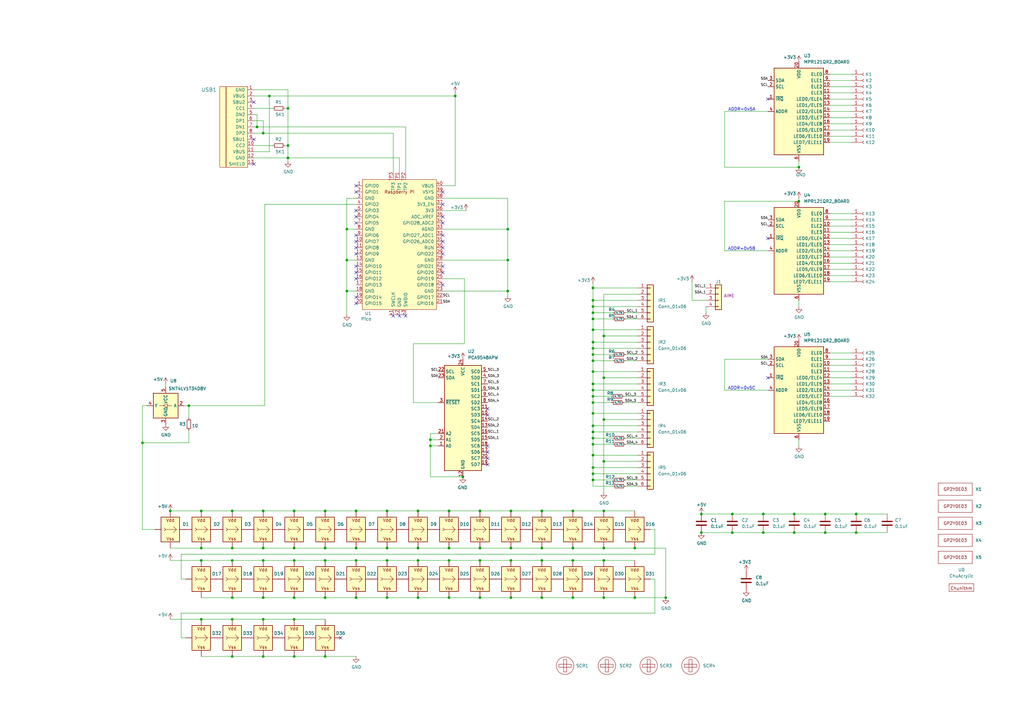
<source format=kicad_sch>
(kicad_sch (version 20211123) (generator eeschema)
  (paper "A3")
  (junction (at 243.205 169.545))
  (junction (at 243.205 160.02))
  (junction (at 247.65 189.23))
  (junction (at 243.205 182.245))
  (junction (at 120.65 224.79))
  (junction (at 58.42 181.61))
  (junction (at 234.95 245.11))
  (junction (at 158.75 209.55))
  (junction (at 107.95 54.61))
  (junction (at 338.455 218.44))
  (junction (at 107.95 224.79))
  (junction (at 247.65 245.11))
  (junction (at 243.205 125.73))
  (junction (at 133.35 269.24))
  (junction (at 186.69 39.37))
  (junction (at 120.65 254))
  (junction (at 260.35 245.11))
  (junction (at 247.65 209.55))
  (junction (at 260.35 224.79))
  (junction (at 243.205 177.165))
  (junction (at 243.205 196.85))
  (junction (at 176.53 182.88))
  (junction (at 243.205 165.1))
  (junction (at 222.25 229.87))
  (junction (at 196.85 224.79))
  (junction (at 146.05 229.87))
  (junction (at 176.53 180.34))
  (junction (at 243.205 130.81))
  (junction (at 171.45 209.55))
  (junction (at 82.55 254))
  (junction (at 120.65 269.24))
  (junction (at 133.35 224.79))
  (junction (at 82.55 229.87))
  (junction (at 243.205 142.875))
  (junction (at 107.95 245.11))
  (junction (at 243.205 194.31))
  (junction (at 243.205 118.11))
  (junction (at 120.65 209.55))
  (junction (at 146.05 224.79))
  (junction (at 158.75 229.87))
  (junction (at 300.355 218.44))
  (junction (at 287.655 210.82))
  (junction (at 196.85 209.55))
  (junction (at 234.95 224.79))
  (junction (at 171.45 245.11))
  (junction (at 142.24 119.38))
  (junction (at 184.15 229.87))
  (junction (at 110.49 39.37))
  (junction (at 95.25 224.79))
  (junction (at 287.655 218.44))
  (junction (at 351.155 218.44))
  (junction (at 247.65 154.94))
  (junction (at 327.66 68.58))
  (junction (at 351.155 210.82))
  (junction (at 118.11 64.77))
  (junction (at 189.865 195.58))
  (junction (at 95.25 245.11))
  (junction (at 171.45 229.87))
  (junction (at 133.35 209.55))
  (junction (at 184.15 245.11))
  (junction (at 243.205 186.69))
  (junction (at 146.05 209.55))
  (junction (at 325.755 210.82))
  (junction (at 247.65 229.87))
  (junction (at 243.205 152.4))
  (junction (at 247.65 224.79))
  (junction (at 325.755 218.44))
  (junction (at 95.25 229.87))
  (junction (at 184.15 224.79))
  (junction (at 209.55 245.11))
  (junction (at 243.205 162.56))
  (junction (at 300.355 210.82))
  (junction (at 107.95 254))
  (junction (at 243.205 128.27))
  (junction (at 247.65 137.795))
  (junction (at 171.45 224.79))
  (junction (at 158.75 245.11))
  (junction (at 313.055 210.82))
  (junction (at 107.95 269.24))
  (junction (at 133.35 245.11))
  (junction (at 338.455 210.82))
  (junction (at 107.95 229.87))
  (junction (at 243.205 179.705))
  (junction (at 118.11 59.69))
  (junction (at 243.205 191.77))
  (junction (at 142.24 106.68))
  (junction (at 120.65 229.87))
  (junction (at 118.11 44.45))
  (junction (at 95.25 269.24))
  (junction (at 273.05 245.11))
  (junction (at 120.65 245.11))
  (junction (at 243.205 140.335))
  (junction (at 82.55 209.55))
  (junction (at 234.95 209.55))
  (junction (at 222.25 224.79))
  (junction (at 209.55 209.55))
  (junction (at 243.205 135.255))
  (junction (at 95.25 254))
  (junction (at 243.205 174.625))
  (junction (at 77.47 166.37))
  (junction (at 133.35 229.87))
  (junction (at 107.95 209.55))
  (junction (at 247.65 172.085))
  (junction (at 146.05 245.11))
  (junction (at 142.24 93.98))
  (junction (at 209.55 229.87))
  (junction (at 243.205 145.415))
  (junction (at 209.55 224.79))
  (junction (at 95.25 209.55))
  (junction (at 243.205 157.48))
  (junction (at 222.25 245.11))
  (junction (at 196.85 229.87))
  (junction (at 243.205 123.19))
  (junction (at 222.25 209.55))
  (junction (at 69.85 209.55))
  (junction (at 208.28 106.68))
  (junction (at 208.28 93.98))
  (junction (at 82.55 224.79))
  (junction (at 158.75 224.79))
  (junction (at 327.66 82.55))
  (junction (at 105.41 52.07))
  (junction (at 313.055 218.44))
  (junction (at 234.95 229.87))
  (junction (at 208.28 119.38))
  (junction (at 196.85 245.11))
  (junction (at 243.205 147.955))
  (junction (at 184.15 209.55))
  (no_connect (at 163.83 129.54))
  (no_connect (at 200.025 187.96))
  (no_connect (at 200.025 190.5))
  (no_connect (at 146.05 99.06))
  (no_connect (at 314.96 154.94))
  (no_connect (at 104.14 67.31))
  (no_connect (at 104.14 41.91))
  (no_connect (at 104.14 57.15))
  (no_connect (at 181.61 101.6))
  (no_connect (at 181.61 104.14))
  (no_connect (at 181.61 109.22))
  (no_connect (at 181.61 111.76))
  (no_connect (at 181.61 78.74))
  (no_connect (at 181.61 83.82))
  (no_connect (at 181.61 88.9))
  (no_connect (at 146.05 121.92))
  (no_connect (at 161.29 129.54))
  (no_connect (at 181.61 91.44))
  (no_connect (at 146.05 104.14))
  (no_connect (at 146.05 111.76))
  (no_connect (at 200.025 185.42))
  (no_connect (at 146.05 124.46))
  (no_connect (at 181.61 96.52))
  (no_connect (at 146.05 78.74))
  (no_connect (at 200.025 170.18))
  (no_connect (at 200.025 167.64))
  (no_connect (at 181.61 116.84))
  (no_connect (at 146.05 96.52))
  (no_connect (at 146.05 109.22))
  (no_connect (at 181.61 99.06))
  (no_connect (at 146.05 76.2))
  (no_connect (at 200.025 182.88))
  (no_connect (at 314.96 40.64))
  (no_connect (at 146.05 114.3))
  (no_connect (at 146.05 86.36))
  (no_connect (at 314.96 97.79))
  (no_connect (at 139.7 261.62))
  (no_connect (at 166.37 129.54))
  (no_connect (at 146.05 101.6))
  (no_connect (at 146.05 91.44))
  (no_connect (at 146.05 88.9))
  (wire (pts (xy 255.905 165.1) (xy 261.62 165.1)))
  (wire (pts (xy 314.96 160.02) (xy 297.18 160.02)))
  (wire (pts (xy 327.66 125.73) (xy 327.66 123.19)))
  (wire (pts (xy 118.11 36.83) (xy 118.11 44.45)))
  (wire (pts (xy 256.54 182.245) (xy 261.62 182.245)))
  (wire (pts (xy 181.61 86.36) (xy 191.135 86.36)))
  (wire (pts (xy 142.24 81.28) (xy 142.24 93.98)))
  (wire (pts (xy 243.205 157.48) (xy 261.62 157.48)))
  (wire (pts (xy 243.205 152.4) (xy 243.205 157.48)))
  (wire (pts (xy 171.45 224.79) (xy 184.15 224.79)))
  (wire (pts (xy 340.36 43.18) (xy 349.25 43.18)))
  (wire (pts (xy 176.53 177.8) (xy 176.53 180.34)))
  (wire (pts (xy 108.585 166.37) (xy 77.47 166.37)))
  (wire (pts (xy 256.54 179.705) (xy 261.62 179.705)))
  (wire (pts (xy 222.25 224.79) (xy 234.95 224.79)))
  (wire (pts (xy 58.42 181.61) (xy 58.42 166.37)))
  (wire (pts (xy 181.61 119.38) (xy 208.28 119.38)))
  (wire (pts (xy 340.36 33.02) (xy 349.25 33.02)))
  (wire (pts (xy 340.36 48.26) (xy 349.25 48.26)))
  (wire (pts (xy 351.155 218.44) (xy 363.855 218.44)))
  (wire (pts (xy 104.14 52.07) (xy 105.41 52.07)))
  (wire (pts (xy 120.65 254) (xy 133.35 254)))
  (wire (pts (xy 247.65 209.55) (xy 260.35 209.55)))
  (wire (pts (xy 340.36 38.1) (xy 349.25 38.1)))
  (wire (pts (xy 243.205 162.56) (xy 250.825 162.56)))
  (wire (pts (xy 243.205 165.1) (xy 243.205 169.545)))
  (wire (pts (xy 110.49 62.23) (xy 110.49 39.37)))
  (wire (pts (xy 243.205 191.77) (xy 261.62 191.77)))
  (wire (pts (xy 349.25 115.57) (xy 340.36 115.57)))
  (wire (pts (xy 146.05 209.55) (xy 158.75 209.55)))
  (wire (pts (xy 208.28 81.28) (xy 208.28 93.98)))
  (wire (pts (xy 247.65 137.795) (xy 247.65 154.94)))
  (wire (pts (xy 268.605 217.17) (xy 268.605 227.33)))
  (wire (pts (xy 69.85 229.87) (xy 82.55 229.87)))
  (wire (pts (xy 327.66 182.88) (xy 327.66 180.34)))
  (wire (pts (xy 176.53 180.34) (xy 176.53 182.88)))
  (wire (pts (xy 349.25 90.17) (xy 340.36 90.17)))
  (wire (pts (xy 268.605 227.33) (xy 74.295 227.33)))
  (wire (pts (xy 243.205 162.56) (xy 243.205 165.1)))
  (wire (pts (xy 349.25 58.42) (xy 340.36 58.42)))
  (wire (pts (xy 243.205 142.875) (xy 243.205 145.415)))
  (wire (pts (xy 340.36 55.88) (xy 349.25 55.88)))
  (wire (pts (xy 95.25 224.79) (xy 107.95 224.79)))
  (wire (pts (xy 74.295 261.62) (xy 76.2 261.62)))
  (wire (pts (xy 196.85 224.79) (xy 209.55 224.79)))
  (wire (pts (xy 243.205 182.245) (xy 243.205 186.69)))
  (wire (pts (xy 243.205 147.955) (xy 243.205 152.4)))
  (wire (pts (xy 243.205 135.255) (xy 261.62 135.255)))
  (wire (pts (xy 266.7 217.17) (xy 268.605 217.17)))
  (wire (pts (xy 340.36 45.72) (xy 349.25 45.72)))
  (wire (pts (xy 58.42 166.37) (xy 60.325 166.37)))
  (wire (pts (xy 234.95 209.55) (xy 247.65 209.55)))
  (wire (pts (xy 297.18 147.32) (xy 314.96 147.32)))
  (wire (pts (xy 340.36 30.48) (xy 349.25 30.48)))
  (wire (pts (xy 261.62 120.65) (xy 247.65 120.65)))
  (wire (pts (xy 283.845 123.19) (xy 283.845 115.57)))
  (wire (pts (xy 327.66 68.58) (xy 327.66 66.04)))
  (wire (pts (xy 349.25 160.02) (xy 340.36 160.02)))
  (wire (pts (xy 95.25 254) (xy 107.95 254)))
  (wire (pts (xy 314.96 45.72) (xy 297.18 45.72)))
  (wire (pts (xy 247.65 172.085) (xy 247.65 189.23)))
  (wire (pts (xy 243.205 165.1) (xy 250.825 165.1)))
  (wire (pts (xy 161.29 54.61) (xy 107.95 54.61)))
  (wire (pts (xy 243.205 177.165) (xy 243.205 179.705)))
  (wire (pts (xy 243.205 174.625) (xy 243.205 177.165)))
  (wire (pts (xy 169.545 140.97) (xy 169.545 165.1)))
  (wire (pts (xy 222.25 229.87) (xy 234.95 229.87)))
  (wire (pts (xy 95.25 245.11) (xy 107.95 245.11)))
  (wire (pts (xy 256.54 128.27) (xy 261.62 128.27)))
  (wire (pts (xy 247.65 154.94) (xy 261.62 154.94)))
  (wire (pts (xy 107.95 269.24) (xy 120.65 269.24)))
  (wire (pts (xy 340.36 35.56) (xy 349.25 35.56)))
  (wire (pts (xy 340.36 50.8) (xy 349.25 50.8)))
  (wire (pts (xy 273.05 245.11) (xy 273.05 224.79)))
  (wire (pts (xy 171.45 245.11) (xy 184.15 245.11)))
  (wire (pts (xy 243.205 142.875) (xy 261.62 142.875)))
  (wire (pts (xy 196.85 229.87) (xy 209.55 229.87)))
  (wire (pts (xy 243.205 145.415) (xy 251.46 145.415)))
  (wire (pts (xy 243.205 147.955) (xy 251.46 147.955)))
  (wire (pts (xy 349.25 152.4) (xy 340.36 152.4)))
  (wire (pts (xy 234.95 224.79) (xy 247.65 224.79)))
  (wire (pts (xy 243.205 194.31) (xy 243.205 196.85)))
  (wire (pts (xy 243.205 169.545) (xy 261.62 169.545)))
  (wire (pts (xy 243.205 118.11) (xy 243.205 123.19)))
  (wire (pts (xy 169.545 165.1) (xy 179.705 165.1)))
  (wire (pts (xy 107.95 245.11) (xy 120.65 245.11)))
  (wire (pts (xy 107.95 229.87) (xy 120.65 229.87)))
  (wire (pts (xy 243.205 128.27) (xy 243.205 130.81)))
  (wire (pts (xy 142.24 93.98) (xy 142.24 106.68)))
  (wire (pts (xy 256.54 145.415) (xy 261.62 145.415)))
  (wire (pts (xy 208.28 119.38) (xy 208.28 121.285)))
  (wire (pts (xy 260.35 224.79) (xy 273.05 224.79)))
  (wire (pts (xy 243.205 140.335) (xy 243.205 142.875)))
  (wire (pts (xy 82.55 229.87) (xy 95.25 229.87)))
  (wire (pts (xy 297.18 102.87) (xy 297.18 82.55)))
  (wire (pts (xy 349.25 87.63) (xy 340.36 87.63)))
  (wire (pts (xy 82.55 254) (xy 95.25 254)))
  (wire (pts (xy 349.25 149.86) (xy 340.36 149.86)))
  (wire (pts (xy 133.35 224.79) (xy 146.05 224.79)))
  (wire (pts (xy 243.205 196.85) (xy 251.46 196.85)))
  (wire (pts (xy 300.355 210.82) (xy 313.055 210.82)))
  (wire (pts (xy 340.36 53.34) (xy 349.25 53.34)))
  (wire (pts (xy 179.705 177.8) (xy 176.53 177.8)))
  (wire (pts (xy 58.42 181.61) (xy 58.42 217.17)))
  (wire (pts (xy 120.65 209.55) (xy 133.35 209.55)))
  (wire (pts (xy 243.205 152.4) (xy 261.62 152.4)))
  (wire (pts (xy 133.35 209.55) (xy 146.05 209.55)))
  (wire (pts (xy 176.53 182.88) (xy 176.53 195.58)))
  (wire (pts (xy 105.41 46.99) (xy 105.41 52.07)))
  (wire (pts (xy 243.205 145.415) (xy 243.205 147.955)))
  (wire (pts (xy 166.37 52.07) (xy 105.41 52.07)))
  (wire (pts (xy 107.95 254) (xy 120.65 254)))
  (wire (pts (xy 313.055 218.44) (xy 325.755 218.44)))
  (wire (pts (xy 95.25 269.24) (xy 107.95 269.24)))
  (wire (pts (xy 209.55 209.55) (xy 222.25 209.55)))
  (wire (pts (xy 171.45 229.87) (xy 184.15 229.87)))
  (wire (pts (xy 209.55 229.87) (xy 222.25 229.87)))
  (wire (pts (xy 349.25 105.41) (xy 340.36 105.41)))
  (wire (pts (xy 104.14 64.77) (xy 118.11 64.77)))
  (wire (pts (xy 107.95 49.53) (xy 107.95 54.61)))
  (wire (pts (xy 146.05 245.11) (xy 158.75 245.11)))
  (wire (pts (xy 190.5 114.3) (xy 181.61 114.3)))
  (wire (pts (xy 247.65 137.795) (xy 261.62 137.795)))
  (wire (pts (xy 190.5 114.3) (xy 190.5 140.97)))
  (wire (pts (xy 166.37 71.12) (xy 166.37 52.07)))
  (wire (pts (xy 243.205 177.165) (xy 261.62 177.165)))
  (wire (pts (xy 77.47 166.37) (xy 77.47 171.45)))
  (wire (pts (xy 243.205 118.11) (xy 261.62 118.11)))
  (wire (pts (xy 176.53 195.58) (xy 189.865 195.58)))
  (wire (pts (xy 289.56 123.19) (xy 283.845 123.19)))
  (wire (pts (xy 176.53 180.34) (xy 179.705 180.34)))
  (wire (pts (xy 349.25 162.56) (xy 340.36 162.56)))
  (wire (pts (xy 234.95 229.87) (xy 247.65 229.87)))
  (wire (pts (xy 163.83 71.12) (xy 163.83 64.77)))
  (wire (pts (xy 108.585 83.82) (xy 108.585 166.37)))
  (wire (pts (xy 77.47 181.61) (xy 58.42 181.61)))
  (wire (pts (xy 82.55 209.55) (xy 95.25 209.55)))
  (wire (pts (xy 349.25 157.48) (xy 340.36 157.48)))
  (wire (pts (xy 176.53 182.88) (xy 179.705 182.88)))
  (wire (pts (xy 120.65 224.79) (xy 133.35 224.79)))
  (wire (pts (xy 234.95 245.11) (xy 247.65 245.11)))
  (wire (pts (xy 349.25 110.49) (xy 340.36 110.49)))
  (wire (pts (xy 222.25 245.11) (xy 234.95 245.11)))
  (wire (pts (xy 268.605 251.46) (xy 74.295 251.46)))
  (wire (pts (xy 349.25 107.95) (xy 340.36 107.95)))
  (wire (pts (xy 58.42 217.17) (xy 63.5 217.17)))
  (wire (pts (xy 287.655 218.44) (xy 300.355 218.44)))
  (wire (pts (xy 171.45 209.55) (xy 184.15 209.55)))
  (wire (pts (xy 243.205 130.81) (xy 243.205 135.255)))
  (wire (pts (xy 243.205 125.73) (xy 261.62 125.73)))
  (wire (pts (xy 74.295 237.49) (xy 76.2 237.49)))
  (wire (pts (xy 104.14 62.23) (xy 110.49 62.23)))
  (wire (pts (xy 110.49 39.37) (xy 186.69 39.37)))
  (wire (pts (xy 349.25 92.71) (xy 340.36 92.71)))
  (wire (pts (xy 256.54 199.39) (xy 261.62 199.39)))
  (wire (pts (xy 190.5 140.97) (xy 169.545 140.97)))
  (wire (pts (xy 104.14 54.61) (xy 107.95 54.61)))
  (wire (pts (xy 95.25 209.55) (xy 107.95 209.55)))
  (wire (pts (xy 74.295 227.33) (xy 74.295 237.49)))
  (wire (pts (xy 74.295 251.46) (xy 74.295 261.62)))
  (wire (pts (xy 349.25 147.32) (xy 340.36 147.32)))
  (wire (pts (xy 247.65 189.23) (xy 261.62 189.23)))
  (wire (pts (xy 243.205 174.625) (xy 261.62 174.625)))
  (wire (pts (xy 95.25 229.87) (xy 107.95 229.87)))
  (wire (pts (xy 104.14 59.69) (xy 111.76 59.69)))
  (wire (pts (xy 120.65 245.11) (xy 133.35 245.11)))
  (wire (pts (xy 255.905 162.56) (xy 261.62 162.56)))
  (wire (pts (xy 107.95 224.79) (xy 120.65 224.79)))
  (wire (pts (xy 146.05 229.87) (xy 158.75 229.87)))
  (wire (pts (xy 161.29 71.12) (xy 161.29 54.61)))
  (wire (pts (xy 142.24 106.68) (xy 142.24 119.38)))
  (wire (pts (xy 300.355 218.44) (xy 313.055 218.44)))
  (wire (pts (xy 104.14 44.45) (xy 111.76 44.45)))
  (wire (pts (xy 243.205 186.69) (xy 261.62 186.69)))
  (wire (pts (xy 313.055 210.82) (xy 325.755 210.82)))
  (wire (pts (xy 340.36 40.64) (xy 349.25 40.64)))
  (wire (pts (xy 107.95 209.55) (xy 120.65 209.55)))
  (wire (pts (xy 247.65 120.65) (xy 247.65 137.795)))
  (wire (pts (xy 243.205 194.31) (xy 261.62 194.31)))
  (wire (pts (xy 327.66 81.28) (xy 327.66 82.55)))
  (wire (pts (xy 247.65 224.79) (xy 260.35 224.79)))
  (wire (pts (xy 118.11 59.69) (xy 116.84 59.69)))
  (wire (pts (xy 349.25 102.87) (xy 340.36 102.87)))
  (wire (pts (xy 163.83 64.77) (xy 118.11 64.77)))
  (wire (pts (xy 82.55 269.24) (xy 95.25 269.24)))
  (wire (pts (xy 256.54 130.81) (xy 261.62 130.81)))
  (wire (pts (xy 120.65 269.24) (xy 133.35 269.24)))
  (wire (pts (xy 266.7 237.49) (xy 268.605 237.49)))
  (wire (pts (xy 243.205 179.705) (xy 243.205 182.245)))
  (wire (pts (xy 196.85 245.11) (xy 209.55 245.11)))
  (wire (pts (xy 256.54 147.955) (xy 261.62 147.955)))
  (wire (pts (xy 104.14 36.83) (xy 118.11 36.83)))
  (wire (pts (xy 82.55 245.11) (xy 95.25 245.11)))
  (wire (pts (xy 104.14 39.37) (xy 110.49 39.37)))
  (wire (pts (xy 268.605 237.49) (xy 268.605 251.46)))
  (wire (pts (xy 243.205 179.705) (xy 251.46 179.705)))
  (wire (pts (xy 256.54 196.85) (xy 261.62 196.85)))
  (wire (pts (xy 184.15 224.79) (xy 196.85 224.79)))
  (wire (pts (xy 243.205 128.27) (xy 251.46 128.27)))
  (wire (pts (xy 184.15 229.87) (xy 196.85 229.87)))
  (wire (pts (xy 338.455 218.44) (xy 351.155 218.44)))
  (wire (pts (xy 243.205 123.19) (xy 261.62 123.19)))
  (wire (pts (xy 158.75 209.55) (xy 171.45 209.55)))
  (wire (pts (xy 261.62 160.02) (xy 243.205 160.02)))
  (wire (pts (xy 146.05 81.28) (xy 142.24 81.28)))
  (wire (pts (xy 297.18 160.02) (xy 297.18 147.32)))
  (wire (pts (xy 142.24 119.38) (xy 146.05 119.38)))
  (wire (pts (xy 208.28 106.68) (xy 208.28 119.38)))
  (wire (pts (xy 297.18 82.55) (xy 327.66 82.55)))
  (wire (pts (xy 77.47 176.53) (xy 77.47 181.61)))
  (wire (pts (xy 69.85 254) (xy 82.55 254)))
  (wire (pts (xy 243.205 116.205) (xy 243.205 118.11)))
  (wire (pts (xy 146.05 224.79) (xy 158.75 224.79)))
  (wire (pts (xy 158.75 224.79) (xy 171.45 224.79)))
  (wire (pts (xy 243.205 199.39) (xy 251.46 199.39)))
  (wire (pts (xy 297.18 45.72) (xy 297.18 68.58)))
  (wire (pts (xy 133.35 269.24) (xy 146.05 269.24)))
  (wire (pts (xy 181.61 81.28) (xy 208.28 81.28)))
  (wire (pts (xy 120.65 229.87) (xy 133.35 229.87)))
  (wire (pts (xy 349.25 154.94) (xy 340.36 154.94)))
  (wire (pts (xy 338.455 210.82) (xy 351.155 210.82)))
  (wire (pts (xy 158.75 229.87) (xy 171.45 229.87)))
  (wire (pts (xy 243.205 160.02) (xy 243.205 162.56)))
  (wire (pts (xy 181.61 106.68) (xy 208.28 106.68)))
  (wire (pts (xy 133.35 229.87) (xy 146.05 229.87)))
  (wire (pts (xy 67.945 157.48) (xy 67.945 158.75)))
  (wire (pts (xy 118.11 44.45) (xy 118.11 59.69)))
  (wire (pts (xy 243.205 182.245) (xy 251.46 182.245)))
  (wire (pts (xy 133.35 245.11) (xy 146.05 245.11)))
  (wire (pts (xy 82.55 224.79) (xy 95.25 224.79)))
  (wire (pts (xy 247.65 172.085) (xy 261.62 172.085)))
  (wire (pts (xy 208.28 93.98) (xy 208.28 106.68)))
  (wire (pts (xy 196.85 209.55) (xy 209.55 209.55)))
  (wire (pts (xy 118.11 64.77) (xy 118.11 66.04)))
  (wire (pts (xy 325.755 218.44) (xy 338.455 218.44)))
  (wire (pts (xy 247.65 154.94) (xy 247.65 172.085)))
  (wire (pts (xy 247.65 229.87) (xy 260.35 229.87)))
  (wire (pts (xy 349.25 100.33) (xy 340.36 100.33)))
  (wire (pts (xy 314.96 102.87) (xy 297.18 102.87)))
  (wire (pts (xy 297.18 68.58) (xy 327.66 68.58)))
  (wire (pts (xy 184.15 245.11) (xy 196.85 245.11)))
  (wire (pts (xy 181.61 93.98) (xy 208.28 93.98)))
  (wire (pts (xy 209.55 224.79) (xy 222.25 224.79)))
  (wire (pts (xy 243.205 135.255) (xy 243.205 140.335)))
  (wire (pts (xy 247.65 245.11) (xy 260.35 245.11)))
  (wire (pts (xy 260.35 245.11) (xy 273.05 245.11)))
  (wire (pts (xy 243.205 125.73) (xy 243.205 128.27)))
  (wire (pts (xy 184.15 209.55) (xy 196.85 209.55)))
  (wire (pts (xy 186.69 39.37) (xy 186.69 38.1)))
  (wire (pts (xy 158.75 245.11) (xy 171.45 245.11)))
  (wire (pts (xy 104.14 49.53) (xy 107.95 49.53)))
  (wire (pts (xy 118.11 59.69) (xy 118.11 64.77)))
  (wire (pts (xy 349.25 144.78) (xy 340.36 144.78)))
  (wire (pts (xy 209.55 245.11) (xy 222.25 245.11)))
  (wire (pts (xy 222.25 209.55) (xy 234.95 209.55)))
  (wire (pts (xy 287.655 210.82) (xy 300.355 210.82)))
  (wire (pts (xy 104.14 46.99) (xy 105.41 46.99)))
  (wire (pts (xy 243.205 123.19) (xy 243.205 125.73)))
  (wire (pts (xy 142.24 93.98) (xy 146.05 93.98)))
  (wire (pts (xy 243.205 157.48) (xy 243.205 160.02)))
  (wire (pts (xy 118.11 44.45) (xy 116.84 44.45)))
  (wire (pts (xy 69.85 224.79) (xy 82.55 224.79)))
  (wire (pts (xy 243.205 191.77) (xy 243.205 194.31)))
  (wire (pts (xy 243.205 140.335) (xy 261.62 140.335)))
  (wire (pts (xy 289.56 125.73) (xy 289.56 128.27)))
  (wire (pts (xy 181.61 76.2) (xy 186.69 76.2)))
  (wire (pts (xy 77.47 166.37) (xy 75.565 166.37)))
  (wire (pts (xy 349.25 97.79) (xy 340.36 97.79)))
  (wire (pts (xy 349.25 95.25) (xy 340.36 95.25)))
  (wire (pts (xy 243.205 130.81) (xy 251.46 130.81)))
  (wire (pts (xy 69.85 209.55) (xy 82.55 209.55)))
  (wire (pts (xy 186.69 39.37) (xy 186.69 76.2)))
  (wire (pts (xy 243.205 186.69) (xy 243.205 191.77)))
  (wire (pts (xy 142.24 119.38) (xy 142.24 128.905)))
  (wire (pts (xy 243.205 169.545) (xy 243.205 174.625)))
  (wire (pts (xy 142.24 106.68) (xy 146.05 106.68)))
  (wire (pts (xy 325.755 210.82) (xy 338.455 210.82)))
  (wire (pts (xy 247.65 189.23) (xy 247.65 201.93)))
  (wire (pts (xy 146.05 83.82) (xy 108.585 83.82)))
  (wire (pts (xy 349.25 113.03) (xy 340.36 113.03)))
  (wire (pts (xy 243.205 196.85) (xy 243.205 199.39)))
  (wire (pts (xy 351.155 210.82) (xy 363.855 210.82)))
  (text "ADDR=0x5C" (at 309.88 160.02 180) (effects (font (size 1.27 1.27)) (justify right bottom)))
  (text "ADDR=0x5A" (at 309.88 45.72 180) (effects (font (size 1.27 1.27)) (justify right bottom)))
  (text "ADDR=0x5B" (at 309.88 102.87 180) (effects (font (size 1.27 1.27)) (justify right bottom)))
  (label "SCL_2" (at 261.62 145.415 180) (effects (font (size 1 1))))
  (label "SDA_3" (at 260.985 165.1 180) (effects (font (size 1 1))))
  (label "SCL_2" (at 200.025 172.72 0) (effects (font (size 1 1))))
  (label "SDA_5" (at 200.025 160.02 0) (effects (font (size 1 1))))
  (label "SDA_1" (at 289.56 120.65 180) (effects (font (size 1 1))))
  (label "SCL_4" (at 261.62 179.705 180) (effects (font (size 1 1))))
  (label "SDA_4" (at 200.025 165.1 0) (effects (font (size 1 1))))
  (label "SCL" (at 314.96 149.86 180) (effects (font (size 1 1))))
  (label "SCL_1" (at 261.62 128.27 180) (effects (font (size 1 1))))
  (label "SCL_4" (at 200.025 162.56 0) (effects (font (size 1 1))))
  (label "SDA_2" (at 261.62 147.955 180) (effects (font (size 1 1))))
  (label "SCL_3" (at 260.985 162.56 180) (effects (font (size 1 1))))
  (label "SDA" (at 179.705 154.94 180) (effects (font (size 1 1))))
  (label "SCL_1" (at 200.025 177.8 0) (effects (font (size 1 1))))
  (label "SCL_1" (at 289.56 118.11 180) (effects (font (size 1 1))))
  (label "SDA_3" (at 200.025 154.94 0) (effects (font (size 1 1))))
  (label "SDA_5" (at 261.62 199.39 180) (effects (font (size 1 1))))
  (label "SCL" (at 314.96 35.56 180) (effects (font (size 1 1))))
  (label "SDA_4" (at 261.62 182.245 180) (effects (font (size 1 1))))
  (label "SDA" (at 314.96 147.32 180) (effects (font (size 1 1))))
  (label "SCL_3" (at 200.025 152.4 0) (effects (font (size 1 1))))
  (label "SDA" (at 314.96 90.17 180) (effects (font (size 1 1))))
  (label "SCL_5" (at 200.025 157.48 0) (effects (font (size 1 1))))
  (label "SDA_2" (at 200.025 175.26 0) (effects (font (size 1 1))))
  (label "SCL" (at 181.61 121.92 0) (effects (font (size 1 1))))
  (label "SDA" (at 181.61 124.46 0) (effects (font (size 1 1))))
  (label "SCL" (at 179.705 152.4 180) (effects (font (size 1 1))))
  (label "SCL" (at 314.96 92.71 180) (effects (font (size 1 1))))
  (label "SDA_1" (at 261.62 130.81 180) (effects (font (size 1 1))))
  (label "SDA" (at 314.96 33.02 180) (effects (font (size 1 1))))
  (label "SDA_1" (at 200.025 180.34 0) (effects (font (size 1 1))))
  (label "SCL_5" (at 261.62 196.85 180) (effects (font (size 1 1))))
  (symbol (lib_id "MCU_RaspberryPi_and_Boards:Pico") (at 163.83 100.33 0) (unit 1)
    (property "Reference" "U1" (at 152.4 128.4986 0) (effects (justify right)))
    (property "Value" "Pico" (at 152.4 130.81 0) (effects (justify right)))
    (property "Footprint" "chu_main:RPi_Pico_SMD_Pins_Strip" (effects hide))
  )
  (symbol (lib_id "Type-C:HRO-TYPE-C-31-M-12") (at 101.6 50.8 0) (unit 1)
    (property "Reference" "USB1" (at 82.55 36.83 0) (effects (font (size 1.524 1.524)) (justify left)))
    (property "Value" "U262-161N-4BVC11" (effects hide))
    (property "Footprint" "Type-C:HRO-TYPE-C-31-M-12-Assembly" (effects hide))
    (property "LCSC" "C319148" (effects hide))
  )
  (symbol (lib_id "power:GND") (at 118.11 66.04 0) (unit 1)
    (property "Reference" "#PWR0112" (effects hide))
    (property "Value" "GND" (at 118.237 70.4342 0))
  )
  (symbol (lib_id "power:+5V") (at 186.69 38.1 0) (unit 1)
    (property "Reference" "#PWR0114" (effects hide))
    (property "Value" "+5V" (at 186.69 34.29 0))
  )
  (symbol (lib_id "Device:R_Small") (at 114.3 59.69 90) (unit 1)
    (property "Reference" "R2" (at 115.57 57.15 90) (effects (justify left)))
    (property "Value" "5K1" (at 116.84 62.23 90) (effects (justify left)))
    (property "Footprint" "Resistor_SMD:R_0603_1608Metric" (effects hide))
    (property "LCSC" "C23186" (effects hide))
  )
  (symbol (lib_id "Device:R_Small") (at 114.3 44.45 90) (unit 1)
    (property "Reference" "R1" (at 115.57 41.91 90) (effects (justify left)))
    (property "Value" "5K1" (at 116.84 46.99 90) (effects (justify left)))
    (property "Footprint" "Resistor_SMD:R_0603_1608Metric" (effects hide))
    (property "LCSC" "C23186" (effects hide))
  )
  (symbol (lib_id "Connector:Conn_01x01_Female") (at 354.33 55.88 0) (unit 1)
    (property "Reference" "K11" (at 354.965 55.8799 0) (effects (justify left)))
    (property "Value" "Conn_01x01_Female" (effects hide))
    (property "Footprint" "chu_main:ChuKeyBiasLeft" (effects hide))
  )
  (symbol (lib_id "chu_main:WS2812B_Unified") (at 82.55 261.62 0) (unit 1)
    (property "Reference" "D32" (at 88.9 259.715 0))
    (property "Value" "WS2812B_Unified" (effects hide))
    (property "Footprint" "chu_main:WS2812B-4020" (effects hide))
  )
  (symbol (lib_id "Device:R_Small") (at 253.365 165.1 270) (unit 1)
    (property "Reference" "R9" (at 248.92 163.83 90) (effects (justify left)))
    (property "Value" "4.7K" (at 251.9925 165.1156 90) (effects (font (size 0.8 0.8)) (justify left)))
    (property "Footprint" "Resistor_SMD:R_0603_1608Metric" (effects hide))
    (property "LCSC" "C23186" (effects hide))
  )
  (symbol (lib_id "Connector:Conn_01x01_Female") (at 354.33 35.56 0) (unit 1)
    (property "Reference" "K3" (at 354.965 35.5599 0) (effects (justify left)))
    (property "Value" "Conn_01x01_Female" (effects hide))
    (property "Footprint" "chu_main:ChuKey" (effects hide))
  )
  (symbol (lib_id "chu_main:GP2Y0E03_REAL") (at 391.795 196.215 0) (unit 1)
    (property "Reference" "X1" (at 400.05 200.6599 0) (effects (justify left)))
    (property "Value" "GP2Y0E03_REAL" (effects hide))
    (property "Footprint" "chu_main:GP2Y0E03_REAL" (effects hide))
  )
  (symbol (lib_id "power:GND") (at 327.66 68.58 0) (unit 1)
    (property "Reference" "#PWR0122" (effects hide))
    (property "Value" "GND" (at 328.422 71.7042 0))
  )
  (symbol (lib_id "Connector:Conn_01x01_Female") (at 354.33 162.56 0) (unit 1)
    (property "Reference" "K32" (at 354.965 162.56 0) (effects (justify left)))
    (property "Value" "Conn_01x01_Female" (effects hide))
    (property "Footprint" "chu_main:ChuKey" (effects hide))
  )
  (symbol (lib_id "chu_main:WS2812B_Unified") (at 82.55 237.49 0) (unit 1)
    (property "Reference" "D17" (at 88.9 235.331 0))
    (property "Value" "WS2812B_Unified" (effects hide))
    (property "Footprint" "chu_main:WS2812B-4020" (effects hide))
  )
  (symbol (lib_id "chu_main:WS2812B_Unified") (at 120.65 237.49 0) (unit 1)
    (property "Reference" "D20" (at 127 235.331 0))
    (property "Value" "WS2812B_Unified" (effects hide))
    (property "Footprint" "chu_main:WS2812B-4020" (effects hide))
  )
  (symbol (lib_id "chu_main:GP2Y0E03_REAL") (at 391.795 203.2 0) (unit 1)
    (property "Reference" "X2" (at 400.05 207.6449 0) (effects (justify left)))
    (property "Value" "GP2Y0E03_REAL" (effects hide))
    (property "Footprint" "chu_main:GP2Y0E03_REAL" (effects hide))
  )
  (symbol (lib_id "Device:C") (at 325.755 214.63 0) (unit 1)
    (property "Reference" "C4" (at 329.565 213.3599 0) (effects (justify left)))
    (property "Value" "0.1uF" (at 329.565 215.8999 0) (effects (justify left)))
    (property "Footprint" "Capacitor_SMD:C_0603_1608Metric_Pad1.08x0.95mm_HandSolder" (effects hide))
  )
  (symbol (lib_id "chu_main:WS2812B_Unified") (at 146.05 217.17 0) (unit 1)
    (property "Reference" "D7" (at 152.4 215.011 0))
    (property "Value" "WS2812B_Unified" (effects hide))
    (property "Footprint" "chu_main:WS2812B-4020" (effects hide))
  )
  (symbol (lib_id "Connector:Conn_01x01_Female") (at 354.33 90.17 0) (unit 1)
    (property "Reference" "K14" (at 354.965 90.17 0) (effects (justify left)))
    (property "Value" "Conn_01x01_Female" (effects hide))
    (property "Footprint" "chu_main:ChuKeyBiasLeft" (effects hide))
  )
  (symbol (lib_id "Device:C") (at 313.055 214.63 0) (unit 1)
    (property "Reference" "C3" (at 316.865 213.3599 0) (effects (justify left)))
    (property "Value" "0.1uF" (at 316.865 215.8999 0) (effects (justify left)))
    (property "Footprint" "Capacitor_SMD:C_0603_1608Metric_Pad1.08x0.95mm_HandSolder" (effects hide))
  )
  (symbol (lib_id "Connector:Conn_01x01_Female") (at 354.33 154.94 0) (unit 1)
    (property "Reference" "K29" (at 354.965 154.94 0) (effects (justify left)))
    (property "Value" "Conn_01x01_Female" (effects hide))
    (property "Footprint" "chu_main:ChuKey" (effects hide))
  )
  (symbol (lib_id "chu_main:WS2812B_Unified") (at 133.35 237.49 0) (unit 1)
    (property "Reference" "D21" (at 139.7 235.331 0))
    (property "Value" "WS2812B_Unified" (effects hide))
    (property "Footprint" "chu_main:WS2812B-4020" (effects hide))
  )
  (symbol (lib_id "Device:R_Small") (at 254 147.955 270) (unit 1)
    (property "Reference" "R7" (at 249.555 146.685 90) (effects (justify left)))
    (property "Value" "4.7K" (at 252.6275 147.9706 90) (effects (font (size 0.8 0.8)) (justify left)))
    (property "Footprint" "Resistor_SMD:R_0603_1608Metric" (effects hide))
    (property "LCSC" "C23186" (effects hide))
  )
  (symbol (lib_id "chu_main:WS2812B_Unified") (at 120.65 261.62 0) (unit 1)
    (property "Reference" "D35" (at 127 259.715 0))
    (property "Value" "WS2812B_Unified" (effects hide))
    (property "Footprint" "chu_main:WS2812B-4020" (effects hide))
  )
  (symbol (lib_id "chu_main:WS2812B_Unified") (at 171.45 217.17 0) (unit 1)
    (property "Reference" "D9" (at 177.8 215.011 0))
    (property "Value" "WS2812B_Unified" (effects hide))
    (property "Footprint" "chu_main:WS2812B-4020" (effects hide))
  )
  (symbol (lib_id "chu_main:WS2812B_Unified") (at 69.85 217.17 0) (unit 1)
    (property "Reference" "D1" (at 76.2 215.011 0))
    (property "Value" "WS2812B_Unified" (effects hide))
    (property "Footprint" "chu_main:WS2812B-4020" (effects hide))
  )
  (symbol (lib_id "Connector:Conn_01x01_Female") (at 354.33 157.48 0) (unit 1)
    (property "Reference" "K30" (at 354.965 157.48 0) (effects (justify left)))
    (property "Value" "Conn_01x01_Female" (effects hide))
    (property "Footprint" "chu_main:ChuKey" (effects hide))
  )
  (symbol (lib_id "Connector:Conn_01x01_Female") (at 354.33 30.48 0) (unit 1)
    (property "Reference" "K1" (at 354.965 30.4799 0) (effects (justify left)))
    (property "Value" "Conn_01x01_Female" (effects hide))
    (property "Footprint" "chu_main:ChuKey" (effects hide))
  )
  (symbol (lib_id "power:+3V3") (at 306.07 234.315 0) (unit 1)
    (property "Reference" "#PWR0105" (effects hide))
    (property "Value" "+3V3" (at 305.435 230.505 0))
  )
  (symbol (lib_id "power:GND") (at 306.07 241.935 0) (unit 1)
    (property "Reference" "#PWR0116" (effects hide))
    (property "Value" "GND" (at 306.197 246.3292 0))
  )
  (symbol (lib_id "Connector:Conn_01x01_Female") (at 354.33 45.72 0) (unit 1)
    (property "Reference" "K7" (at 354.965 45.7199 0) (effects (justify left)))
    (property "Value" "Conn_01x01_Female" (effects hide))
    (property "Footprint" "chu_main:ChuKey" (effects hide))
  )
  (symbol (lib_id "Device:R_Small") (at 77.47 173.99 180) (unit 1)
    (property "Reference" "R3" (at 76.2 173.99 0) (effects (justify left)))
    (property "Value" "10" (at 81.28 174.625 0) (effects (justify left)))
    (property "Footprint" "Resistor_SMD:R_0603_1608Metric" (effects hide))
    (property "LCSC" "C23186" (effects hide))
  )
  (symbol (lib_id "chu_main:WS2812B_Unified") (at 184.15 237.49 0) (unit 1)
    (property "Reference" "D25" (at 190.5 235.331 0))
    (property "Value" "WS2812B_Unified" (effects hide))
    (property "Footprint" "chu_main:WS2812B-4020" (effects hide))
  )
  (symbol (lib_id "chu_main:WS2812B_Unified") (at 222.25 237.49 0) (unit 1)
    (property "Reference" "D28" (at 228.6 235.331 0))
    (property "Value" "WS2812B_Unified" (effects hide))
    (property "Footprint" "chu_main:WS2812B-4020" (effects hide))
  )
  (symbol (lib_id "power:+5V") (at 69.85 254 0) (unit 1)
    (property "Reference" "#PWR0115" (effects hide))
    (property "Value" "+5V" (at 66.675 252.095 0))
  )
  (symbol (lib_id "power:GND") (at 142.24 128.905 0) (unit 1)
    (property "Reference" "#PWR0125" (effects hide))
    (property "Value" "GND" (at 142.367 133.2992 0))
  )
  (symbol (lib_id "power:GND") (at 208.28 121.285 0) (unit 1)
    (property "Reference" "#PWR0103" (effects hide))
    (property "Value" "GND" (at 208.407 125.6792 0))
  )
  (symbol (lib_id "power:+5V") (at 67.945 157.48 0) (unit 1)
    (property "Reference" "#PWR0117" (effects hide))
    (property "Value" "+5V" (at 64.77 155.575 0))
  )
  (symbol (lib_id "Connector:Conn_01x01_Female") (at 354.33 160.02 0) (unit 1)
    (property "Reference" "K31" (at 354.965 160.02 0) (effects (justify left)))
    (property "Value" "Conn_01x01_Female" (effects hide))
    (property "Footprint" "chu_main:ChuKey" (effects hide))
  )
  (symbol (lib_id "Device:R_Small") (at 254 128.27 270) (unit 1)
    (property "Reference" "R4" (at 249.555 127 90) (effects (justify left)))
    (property "Value" "4.7K" (at 252.5688 128.2982 90) (effects (font (size 0.8 0.8)) (justify left)))
    (property "Footprint" "Resistor_SMD:R_0603_1608Metric" (effects hide))
    (property "LCSC" "C23186" (effects hide))
  )
  (symbol (lib_id "chu_main:WS2812B_Unified") (at 107.95 237.49 0) (unit 1)
    (property "Reference" "D19" (at 114.3 235.331 0))
    (property "Value" "WS2812B_Unified" (effects hide))
    (property "Footprint" "chu_main:WS2812B-4020" (effects hide))
  )
  (symbol (lib_id "chu_main:WS2812B_Unified") (at 184.15 217.17 0) (unit 1)
    (property "Reference" "D10" (at 190.5 215.011 0))
    (property "Value" "WS2812B_Unified" (effects hide))
    (property "Footprint" "chu_main:WS2812B-4020" (effects hide))
  )
  (symbol (lib_id "Device:R_Small") (at 254 179.705 270) (unit 1)
    (property "Reference" "R10" (at 248.285 178.435 90) (effects (justify left)))
    (property "Value" "4.7K" (at 252.5688 179.7332 90) (effects (font (size 0.8 0.8)) (justify left)))
    (property "Footprint" "Resistor_SMD:R_0603_1608Metric" (effects hide))
    (property "LCSC" "C23186" (effects hide))
  )
  (symbol (lib_id "chu_main:WS2812B_Unified") (at 222.25 217.17 0) (unit 1)
    (property "Reference" "D13" (at 228.6 215.011 0))
    (property "Value" "WS2812B_Unified" (effects hide))
    (property "Footprint" "chu_main:WS2812B-4020" (effects hide))
  )
  (symbol (lib_id "Device:C") (at 306.07 238.125 0) (unit 1)
    (property "Reference" "C8" (at 309.88 236.8549 0) (effects (justify left)))
    (property "Value" "0.1uF" (at 309.88 239.3949 0) (effects (justify left)))
    (property "Footprint" "Capacitor_SMD:C_0603_1608Metric_Pad1.08x0.95mm_HandSolder" (effects hide))
  )
  (symbol (lib_id "Connector:Conn_01x01_Female") (at 354.33 149.86 0) (unit 1)
    (property "Reference" "K27" (at 354.965 149.86 0) (effects (justify left)))
    (property "Value" "Conn_01x01_Female" (effects hide))
    (property "Footprint" "chu_main:ChuKey" (effects hide))
  )
  (symbol (lib_id "power:GND") (at 327.66 182.88 0) (unit 1)
    (property "Reference" "#PWR0119" (effects hide))
    (property "Value" "GND" (at 327.787 187.2742 0))
  )
  (symbol (lib_id "Device:C") (at 363.855 214.63 0) (unit 1)
    (property "Reference" "C7" (at 367.03 213.3599 0) (effects (justify left)))
    (property "Value" "0.1uF" (at 367.03 215.8999 0) (effects (justify left)))
    (property "Footprint" "Capacitor_SMD:C_0603_1608Metric_Pad1.08x0.95mm_HandSolder" (effects hide))
  )
  (symbol (lib_id "iidx_teeny:ScrewHole") (at 248.92 273.05 0) (unit 1)
    (property "Reference" "SCR2" (at 254 273.0499 0) (effects (justify left)))
    (property "Value" "ScrewHole" (effects hide))
    (property "Footprint" "chu_main:MountingHole_3.2mm_M3" (effects hide))
  )
  (symbol (lib_id "Connector:Conn_01x01_Female") (at 354.33 102.87 0) (unit 1)
    (property "Reference" "K19" (at 354.965 102.87 0) (effects (justify left)))
    (property "Value" "Conn_01x01_Female" (effects hide))
    (property "Footprint" "chu_main:ChuKey" (effects hide))
  )
  (symbol (lib_id "Device:R_Small") (at 254 199.39 270) (unit 1)
    (property "Reference" "R13" (at 248.285 198.12 90) (effects (justify left)))
    (property "Value" "4.7K" (at 252.6275 199.4056 90) (effects (font (size 0.8 0.8)) (justify left)))
    (property "Footprint" "Resistor_SMD:R_0603_1608Metric" (effects hide))
    (property "LCSC" "C23186" (effects hide))
  )
  (symbol (lib_id "Connector_Generic:Conn_01x06") (at 266.7 174.625 0) (unit 1)
    (property "Reference" "IR4" (at 269.875 174.6249 0) (effects (justify left)))
    (property "Value" "Conn_01x06" (at 269.875 177.1649 0) (effects (justify left)))
    (property "Footprint" "chu_main:GP2Y0E03" (effects hide))
  )
  (symbol (lib_id "Connector:Conn_01x01_Female") (at 354.33 43.18 0) (unit 1)
    (property "Reference" "K6" (at 354.965 43.18 0) (effects (justify left)))
    (property "Value" "Conn_01x01_Female" (effects hide))
    (property "Footprint" "chu_main:ChuKey" (effects hide))
  )
  (symbol (lib_id "chu_main:WS2812B_Unified") (at 196.85 237.49 0) (unit 1)
    (property "Reference" "D26" (at 203.2 235.331 0))
    (property "Value" "WS2812B_Unified" (effects hide))
    (property "Footprint" "chu_main:WS2812B-4020" (effects hide))
  )
  (symbol (lib_id "power:+3V3") (at 189.865 147.32 0) (unit 1)
    (property "Reference" "#PWR0118" (effects hide))
    (property "Value" "+3V3" (at 186.055 146.05 0))
  )
  (symbol (lib_id "power:GND") (at 67.945 173.99 0) (unit 1)
    (property "Reference" "#PWR0113" (effects hide))
    (property "Value" "GND" (at 68.072 178.3842 0))
  )
  (symbol (lib_id "Connector:Conn_01x01_Female") (at 354.33 92.71 0) (unit 1)
    (property "Reference" "K15" (at 354.965 92.71 0) (effects (justify left)))
    (property "Value" "Conn_01x01_Female" (effects hide))
    (property "Footprint" "chu_main:ChuKey" (effects hide))
  )
  (symbol (lib_id "chu_main:WS2812B_Unified") (at 196.85 217.17 0) (unit 1)
    (property "Reference" "D11" (at 203.2 215.011 0))
    (property "Value" "WS2812B_Unified" (effects hide))
    (property "Footprint" "chu_main:WS2812B-4020" (effects hide))
  )
  (symbol (lib_id "chu_main:WS2812B_Unified") (at 171.45 237.49 0) (unit 1)
    (property "Reference" "D24" (at 177.8 235.331 0))
    (property "Value" "WS2812B_Unified" (effects hide))
    (property "Footprint" "chu_main:WS2812B-4020" (effects hide))
  )
  (symbol (lib_id "power:GND") (at 327.66 125.73 0) (unit 1)
    (property "Reference" "#PWR0120" (effects hide))
    (property "Value" "GND" (at 327.787 130.1242 0))
  )
  (symbol (lib_id "chu_main:WS2812B_Unified") (at 209.55 217.17 0) (unit 1)
    (property "Reference" "D12" (at 215.9 215.011 0))
    (property "Value" "WS2812B_Unified" (effects hide))
    (property "Footprint" "chu_main:WS2812B-4020" (effects hide))
  )
  (symbol (lib_id "Connector_Generic:Conn_01x06") (at 266.7 123.19 0) (unit 1)
    (property "Reference" "IR1" (at 269.875 123.1899 0) (effects (justify left)))
    (property "Value" "Conn_01x06" (at 269.875 125.7299 0) (effects (justify left)))
    (property "Footprint" "chu_main:GP2Y0E03" (effects hide))
  )
  (symbol (lib_id "chu_main:GP2Y0E03_REAL") (at 391.795 210.185 0) (unit 1)
    (property "Reference" "X3" (at 400.05 214.6299 0) (effects (justify left)))
    (property "Value" "GP2Y0E03_REAL" (effects hide))
    (property "Footprint" "chu_main:GP2Y0E03_REAL" (effects hide))
  )
  (symbol (lib_id "power:GND") (at 189.865 195.58 0) (mirror y) (unit 1)
    (property "Reference" "#PWR0126" (effects hide))
    (property "Value" "GND" (at 189.738 199.9742 0))
  )
  (symbol (lib_id "power:GND") (at 289.56 128.27 0) (unit 1)
    (property "Reference" "#PWR?" (effects hide))
    (property "Value" "GND" (at 289.687 132.6642 0))
  )
  (symbol (lib_id "Device:R_Small") (at 254 145.415 270) (unit 1)
    (property "Reference" "R6" (at 249.555 144.145 90) (effects (justify left)))
    (property "Value" "4.7K" (at 252.5688 145.4432 90) (effects (font (size 0.8 0.8)) (justify left)))
    (property "Footprint" "Resistor_SMD:R_0603_1608Metric" (effects hide))
    (property "LCSC" "C23186" (effects hide))
  )
  (symbol (lib_id "Device:C") (at 338.455 214.63 0) (unit 1)
    (property "Reference" "C5" (at 342.265 213.3599 0) (effects (justify left)))
    (property "Value" "0.1uF" (at 342.265 215.8999 0) (effects (justify left)))
    (property "Footprint" "Capacitor_SMD:C_0603_1608Metric_Pad1.08x0.95mm_HandSolder" (effects hide))
  )
  (symbol (lib_id "chu_main:WS2812B_Unified") (at 107.95 261.62 0) (unit 1)
    (property "Reference" "D34" (at 114.3 259.715 0))
    (property "Value" "WS2812B_Unified" (effects hide))
    (property "Footprint" "chu_main:WS2812B-4020" (effects hide))
  )
  (symbol (lib_id "Connector:Conn_01x01_Female") (at 354.33 40.64 0) (unit 1)
    (property "Reference" "K5" (at 354.965 40.6399 0) (effects (justify left)))
    (property "Value" "Conn_01x01_Female" (effects hide))
    (property "Footprint" "chu_main:ChuKey" (effects hide))
  )
  (symbol (lib_id "Device:C") (at 351.155 214.63 0) (unit 1)
    (property "Reference" "C6" (at 354.33 213.3599 0) (effects (justify left)))
    (property "Value" "0.1uF" (at 354.33 215.8999 0) (effects (justify left)))
    (property "Footprint" "Capacitor_SMD:C_0603_1608Metric_Pad1.08x0.95mm_HandSolder" (effects hide))
  )
  (symbol (lib_id "Connector:Conn_01x01_Female") (at 354.33 113.03 0) (unit 1)
    (property "Reference" "K23" (at 354.965 113.0301 0) (effects (justify left)))
    (property "Value" "Conn_01x01_Female" (effects hide))
    (property "Footprint" "chu_main:ChuKeyBiasLeft" (effects hide))
  )
  (symbol (lib_id "chu_main:WS2812B_Unified") (at 95.25 261.62 0) (unit 1)
    (property "Reference" "D33" (at 101.6 259.715 0))
    (property "Value" "WS2812B_Unified" (effects hide))
    (property "Footprint" "chu_main:WS2812B-4020" (effects hide))
  )
  (symbol (lib_id "power:+3V3") (at 327.66 139.7 0) (unit 1)
    (property "Reference" "#PWR0121" (effects hide))
    (property "Value" "+3V3" (at 323.85 137.795 0))
  )
  (symbol (lib_id "chu_main:WS2812B_Unified") (at 158.75 217.17 0) (unit 1)
    (property "Reference" "D8" (at 165.1 215.011 0))
    (property "Value" "WS2812B_Unified" (effects hide))
    (property "Footprint" "chu_main:WS2812B-4020" (effects hide))
  )
  (symbol (lib_id "chu_main:MPR121QR2_BOARD") (at 327.66 102.87 0) (unit 1)
    (property "Reference" "U4" (at 329.6794 80.01 0) (effects (justify left)))
    (property "Value" "MPR121QR2_BOARD" (at 329.6794 82.55 0) (effects (justify left)))
    (property "Footprint" "chu_main:MPR121_BOARD" (effects hide))
    (property "Datasheet" "https://resurgentsemi.com/wp-content/uploads/2018/09/MPR121_rev5-Resurgent.pdf?d453f8&d453f8" (effects hide))
  )
  (symbol (lib_id "Connector:Conn_01x01_Female") (at 354.33 53.34 0) (unit 1)
    (property "Reference" "K10" (at 354.965 53.34 0) (effects (justify left)))
    (property "Value" "Conn_01x01_Female" (effects hide))
    (property "Footprint" "chu_main:ChuKey" (effects hide))
  )
  (symbol (lib_id "chu_main:GP2Y0E03_REAL") (at 391.795 224.155 0) (unit 1)
    (property "Reference" "X5" (at 400.05 228.5999 0) (effects (justify left)))
    (property "Value" "GP2Y0E03_REAL" (effects hide))
    (property "Footprint" "chu_main:GP2Y0E03_REAL" (effects hide))
  )
  (symbol (lib_id "power:GND") (at 273.05 245.11 0) (unit 1)
    (property "Reference" "#PWR0101" (effects hide))
    (property "Value" "GND" (at 273.177 249.5042 0))
  )
  (symbol (lib_id "chu_main:WS2812B_Unified") (at 120.65 217.17 0) (unit 1)
    (property "Reference" "D5" (at 127 215.011 0))
    (property "Value" "WS2812B_Unified" (effects hide))
    (property "Footprint" "chu_main:WS2812B-4020" (effects hide))
  )
  (symbol (lib_id "Connector:Conn_01x01_Female") (at 354.33 97.79 0) (unit 1)
    (property "Reference" "K17" (at 354.965 97.79 0) (effects (justify left)))
    (property "Value" "Conn_01x01_Female" (effects hide))
    (property "Footprint" "chu_main:ChuKey" (effects hide))
  )
  (symbol (lib_id "chu_main:MPR121QR2_BOARD") (at 327.66 45.72 0) (unit 1)
    (property "Reference" "U3" (at 329.6794 22.86 0) (effects (justify left)))
    (property "Value" "MPR121QR2_BOARD" (at 329.6794 25.4 0) (effects (justify left)))
    (property "Footprint" "chu_main:MPR121_BOARD" (effects hide))
    (property "Datasheet" "https://resurgentsemi.com/wp-content/uploads/2018/09/MPR121_rev5-Resurgent.pdf?d453f8&d453f8" (effects hide))
  )
  (symbol (lib_id "Connector_Generic:Conn_01x06") (at 266.7 140.335 0) (unit 1)
    (property "Reference" "IR2" (at 269.875 140.3349 0) (effects (justify left)))
    (property "Value" "Conn_01x06" (at 269.875 142.8749 0) (effects (justify left)))
    (property "Footprint" "chu_main:GP2Y0E03" (effects hide))
  )
  (symbol (lib_id "Connector:Conn_01x01_Female") (at 354.33 105.41 0) (unit 1)
    (property "Reference" "K20" (at 354.965 105.41 0) (effects (justify left)))
    (property "Value" "Conn_01x01_Female" (effects hide))
    (property "Footprint" "chu_main:ChuKey" (effects hide))
  )
  (symbol (lib_id "Connector_Generic:Conn_01x06") (at 266.7 157.48 0) (unit 1)
    (property "Reference" "IR3" (at 269.875 157.4799 0) (effects (justify left)))
    (property "Value" "Conn_01x06" (at 269.875 160.0199 0) (effects (justify left)))
    (property "Footprint" "chu_main:GP2Y0E03" (effects hide))
  )
  (symbol (lib_id "chu_main:WS2812B_Unified") (at 209.55 237.49 0) (unit 1)
    (property "Reference" "D27" (at 215.9 235.331 0))
    (property "Value" "WS2812B_Unified" (effects hide))
    (property "Footprint" "chu_main:WS2812B-4020" (effects hide))
  )
  (symbol (lib_id "chu_main:WS2812B_Unified") (at 234.95 217.17 0) (unit 1)
    (property "Reference" "D14" (at 241.3 215.011 0))
    (property "Value" "WS2812B_Unified" (effects hide))
    (property "Footprint" "chu_main:WS2812B-4020" (effects hide))
  )
  (symbol (lib_id "chu_main:WS2812B_Unified") (at 82.55 217.17 0) (unit 1)
    (property "Reference" "D2" (at 88.9 215.011 0))
    (property "Value" "WS2812B_Unified" (effects hide))
    (property "Footprint" "chu_main:WS2812B-4020" (effects hide))
  )
  (symbol (lib_id "Connector:Conn_01x01_Female") (at 354.33 50.8 0) (unit 1)
    (property "Reference" "K9" (at 354.965 50.7999 0) (effects (justify left)))
    (property "Value" "Conn_01x01_Female" (effects hide))
    (property "Footprint" "chu_main:ChuKey" (effects hide))
  )
  (symbol (lib_id "power:+3V3") (at 243.205 116.205 0) (unit 1)
    (property "Reference" "#PWR0108" (effects hide))
    (property "Value" "+3V3" (at 239.395 114.935 0))
  )
  (symbol (lib_id "Device:C") (at 287.655 214.63 0) (unit 1)
    (property "Reference" "C1" (at 291.465 213.3599 0) (effects (justify left)))
    (property "Value" "0.1uF" (at 291.465 215.8999 0) (effects (justify left)))
    (property "Footprint" "Capacitor_SMD:C_0603_1608Metric_Pad1.08x0.95mm_HandSolder" (effects hide))
  )
  (symbol (lib_id "Device:R_Small") (at 254 196.85 270) (unit 1)
    (property "Reference" "R12" (at 248.285 195.58 90) (effects (justify left)))
    (property "Value" "4.7K" (at 252.5688 196.8782 90) (effects (font (size 0.8 0.8)) (justify left)))
    (property "Footprint" "Resistor_SMD:R_0603_1608Metric" (effects hide))
    (property "LCSC" "C23186" (effects hide))
  )
  (symbol (lib_id "chu_main:WS2812B_Unified") (at 260.35 217.17 0) (unit 1)
    (property "Reference" "D16" (at 266.7 215.011 0))
    (property "Value" "WS2812B_Unified" (effects hide))
    (property "Footprint" "chu_main:WS2812B-4020" (effects hide))
  )
  (symbol (lib_id "chu_main:WS2812B_Unified") (at 95.25 237.49 0) (unit 1)
    (property "Reference" "D18" (at 101.6 235.331 0))
    (property "Value" "WS2812B_Unified" (effects hide))
    (property "Footprint" "chu_main:WS2812B-4020" (effects hide))
  )
  (symbol (lib_id "power:+5V") (at 287.655 210.82 0) (unit 1)
    (property "Reference" "#PWR0107" (effects hide))
    (property "Value" "+5V" (at 287.655 207.01 0))
  )
  (symbol (lib_id "Connector:Conn_01x01_Female") (at 354.33 110.49 0) (unit 1)
    (property "Reference" "K22" (at 354.965 110.49 0) (effects (justify left)))
    (property "Value" "Conn_01x01_Female" (effects hide))
    (property "Footprint" "chu_main:ChuKey" (effects hide))
  )
  (symbol (lib_id "Connector:Conn_01x01_Female") (at 354.33 144.78 0) (unit 1)
    (property "Reference" "K25" (at 354.965 144.78 0) (effects (justify left)))
    (property "Value" "Conn_01x01_Female" (effects hide))
    (property "Footprint" "chu_main:ChuKeyBiasRight" (effects hide))
  )
  (symbol (lib_id "Device:R_Small") (at 254 182.245 270) (unit 1)
    (property "Reference" "R11" (at 248.285 180.975 90) (effects (justify left)))
    (property "Value" "4.7K" (at 252.6275 182.2606 90) (effects (font (size 0.8 0.8)) (justify left)))
    (property "Footprint" "Resistor_SMD:R_0603_1608Metric" (effects hide))
    (property "LCSC" "C23186" (effects hide))
  )
  (symbol (lib_id "power:+3V3") (at 283.845 115.57 0) (unit 1)
    (property "Reference" "#PWR?" (effects hide))
    (property "Value" "+3V3" (at 280.035 114.3 0))
  )
  (symbol (lib_id "Connector:Conn_01x01_Female") (at 354.33 95.25 0) (unit 1)
    (property "Reference" "K16" (at 354.965 95.25 0) (effects (justify left)))
    (property "Value" "Conn_01x01_Female" (effects hide))
    (property "Footprint" "chu_main:ChuKey" (effects hide))
  )
  (symbol (lib_id "Device:R_Small") (at 253.365 162.56 270) (unit 1)
    (property "Reference" "R8" (at 248.92 161.29 90) (effects (justify left)))
    (property "Value" "4.7K" (at 251.9338 162.5882 90) (effects (font (size 0.8 0.8)) (justify left)))
    (property "Footprint" "Resistor_SMD:R_0603_1608Metric" (effects hide))
    (property "LCSC" "C23186" (effects hide))
  )
  (symbol (lib_id "chu_main:MPR121QR2_BOARD") (at 327.66 160.02 0) (unit 1)
    (property "Reference" "U5" (at 329.6794 137.16 0) (effects (justify left)))
    (property "Value" "MPR121QR2_BOARD" (at 329.6794 139.7 0) (effects (justify left)))
    (property "Footprint" "chu_main:MPR121_BOARD" (effects hide))
    (property "Datasheet" "https://resurgentsemi.com/wp-content/uploads/2018/09/MPR121_rev5-Resurgent.pdf?d453f8&d453f8" (effects hide))
  )
  (symbol (lib_id "Connector_Generic:Conn_01x06") (at 266.7 191.77 0) (unit 1)
    (property "Reference" "IR5" (at 269.875 191.7699 0) (effects (justify left)))
    (property "Value" "Conn_01x06" (at 269.875 194.3099 0) (effects (justify left)))
    (property "Footprint" "chu_main:GP2Y0E03" (effects hide))
  )
  (symbol (lib_id "chu_main:WS2812B_Unified") (at 260.35 237.49 0) (unit 1)
    (property "Reference" "D31" (at 266.7 235.331 0))
    (property "Value" "WS2812B_Unified" (effects hide))
    (property "Footprint" "chu_main:WS2812B-4020" (effects hide))
  )
  (symbol (lib_id "Connector:Conn_01x01_Female") (at 354.33 115.57 0) (unit 1)
    (property "Reference" "K24" (at 354.965 115.5701 0) (effects (justify left)))
    (property "Value" "Conn_01x01_Female" (effects hide))
    (property "Footprint" "chu_main:ChuKeyBiasRight" (effects hide))
  )
  (symbol (lib_id "power:GND") (at 146.05 269.24 0) (unit 1)
    (property "Reference" "#PWR0110" (effects hide))
    (property "Value" "GND" (at 146.177 273.6342 0))
  )
  (symbol (lib_id "power:+5V") (at 69.85 209.55 0) (unit 1)
    (property "Reference" "#PWR0102" (effects hide))
    (property "Value" "+5V" (at 66.675 207.645 0))
  )
  (symbol (lib_id "power:+5V") (at 69.85 229.87 0) (unit 1)
    (property "Reference" "#PWR0104" (effects hide))
    (property "Value" "+5V" (at 66.675 227.965 0))
  )
  (symbol (lib_id "power:GND") (at 287.655 218.44 0) (unit 1)
    (property "Reference" "#PWR0106" (effects hide))
    (property "Value" "GND" (at 287.782 222.8342 0))
  )
  (symbol (lib_id "chu_main:WS2812B_Unified") (at 107.95 217.17 0) (unit 1)
    (property "Reference" "D4" (at 114.3 215.011 0))
    (property "Value" "WS2812B_Unified" (effects hide))
    (property "Footprint" "chu_main:WS2812B-4020" (effects hide))
  )
  (symbol (lib_id "power:+3V3") (at 327.66 81.28 0) (unit 1)
    (property "Reference" "#PWR0124" (effects hide))
    (property "Value" "+3V3" (at 323.85 79.375 0))
  )
  (symbol (lib_id "iidx_teeny:ScrewHole") (at 283.21 273.05 0) (unit 1)
    (property "Reference" "SCR4" (at 288.29 273.0499 0) (effects (justify left)))
    (property "Value" "ScrewHole" (effects hide))
    (property "Footprint" "chu_main:MountingHole_3.2mm_M3" (effects hide))
  )
  (symbol (lib_id "Connector:Conn_01x01_Female") (at 354.33 147.32 0) (unit 1)
    (property "Reference" "K26" (at 354.965 147.32 0) (effects (justify left)))
    (property "Value" "Conn_01x01_Female" (effects hide))
    (property "Footprint" "chu_main:ChuKeyBiasLeft" (effects hide))
  )
  (symbol (lib_id "chu_main:GP2Y0E03_REAL") (at 391.795 217.17 0) (unit 1)
    (property "Reference" "X4" (at 400.05 221.6149 0) (effects (justify left)))
    (property "Value" "GP2Y0E03_REAL" (effects hide))
    (property "Footprint" "chu_main:GP2Y0E03_REAL" (effects hide))
  )
  (symbol (lib_id "iidx_teeny:ScrewHole") (at 231.775 273.05 0) (unit 1)
    (property "Reference" "SCR1" (at 236.22 273.0499 0) (effects (justify left)))
    (property "Value" "ScrewHole" (effects hide))
    (property "Footprint" "chu_main:MountingHole_3.2mm_M3" (effects hide))
  )
  (symbol (lib_id "chu_main:ChuAcrylic") (at 394.335 240.03 0) (unit 1)
    (property "Reference" "U0" (at 394.335 233.68 0))
    (property "Value" "ChuAcrylic" (at 394.335 236.22 0))
    (property "Footprint" "chu_main:ChuAcrylic" (effects hide))
  )
  (symbol (lib_id "Connector:Conn_01x01_Female") (at 354.33 48.26 0) (unit 1)
    (property "Reference" "K8" (at 354.965 48.26 0) (effects (justify left)))
    (property "Value" "Conn_01x01_Female" (effects hide))
    (property "Footprint" "chu_main:ChuKey" (effects hide))
  )
  (symbol (lib_id "chu_main:WS2812B_Unified") (at 158.75 237.49 0) (unit 1)
    (property "Reference" "D23" (at 165.1 235.331 0))
    (property "Value" "WS2812B_Unified" (effects hide))
    (property "Footprint" "chu_main:WS2812B-4020" (effects hide))
  )
  (symbol (lib_id "chu_main:WS2812B_Unified") (at 247.65 237.49 0) (unit 1)
    (property "Reference" "D30" (at 254 235.331 0))
    (property "Value" "WS2812B_Unified" (effects hide))
    (property "Footprint" "chu_main:WS2812B-4020" (effects hide))
  )
  (symbol (lib_id "power:GND") (at 247.65 201.93 0) (unit 1)
    (property "Reference" "#PWR0109" (effects hide))
    (property "Value" "GND" (at 247.777 206.3242 0))
  )
  (symbol (lib_id "chu_main:WS2812B_Unified") (at 146.05 237.49 0) (unit 1)
    (property "Reference" "D22" (at 152.4 235.331 0))
    (property "Value" "WS2812B_Unified" (effects hide))
    (property "Footprint" "chu_main:WS2812B-4020" (effects hide))
  )
  (symbol (lib_id "iidx_teeny:ScrewHole") (at 266.065 273.05 0) (unit 1)
    (property "Reference" "SCR3" (at 270.51 273.0499 0) (effects (justify left)))
    (property "Value" "ScrewHole" (effects hide))
    (property "Footprint" "chu_main:MountingHole_3.2mm_M3" (effects hide))
  )
  (symbol (lib_id "Connector:Conn_01x01_Female") (at 354.33 58.42 0) (unit 1)
    (property "Reference" "K12" (at 354.965 58.4199 0) (effects (justify left)))
    (property "Value" "Conn_01x01_Female" (effects hide))
    (property "Footprint" "chu_main:ChuKeyBiasRight" (effects hide))
  )
  (symbol (lib_id "power:+3V3") (at 327.66 25.4 0) (unit 1)
    (property "Reference" "#PWR0123" (effects hide))
    (property "Value" "+3V3" (at 323.85 23.495 0))
  )
  (symbol (lib_id "power:+3V3") (at 191.135 86.36 0) (unit 1)
    (property "Reference" "#PWR0111" (effects hide))
    (property "Value" "+3V3" (at 187.325 85.09 0))
  )
  (symbol (lib_id "Connector:Conn_01x01_Female") (at 354.33 38.1 0) (unit 1)
    (property "Reference" "K4" (at 354.965 38.1 0) (effects (justify left)))
    (property "Value" "Conn_01x01_Female" (effects hide))
    (property "Footprint" "chu_main:ChuKey" (effects hide))
  )
  (symbol (lib_id "Logic_LevelTranslator:SN74LV1T34DBV") (at 67.945 166.37 0) (mirror y) (unit 1)
    (property "Reference" "U8" (at 71.12 156.21 0))
    (property "Value" "SN74LV1T34DBV" (at 76.835 159.385 0))
    (property "Footprint" "chu_main:SOT-23-5_Jumper" (effects hide))
    (property "Datasheet" "https://www.ti.com/lit/ds/symlink/sn74lv1t34.pdf" (effects hide))
  )
  (symbol (lib_id "chu_main:WS2812B_Unified") (at 234.95 237.49 0) (unit 1)
    (property "Reference" "D29" (at 241.3 235.331 0))
    (property "Value" "WS2812B_Unified" (effects hide))
    (property "Footprint" "chu_main:WS2812B-4020" (effects hide))
  )
  (symbol (lib_id "Interface_Expansion:PCA9548APW") (at 189.865 170.18 0) (unit 1)
    (property "Reference" "U2" (at 191.8844 144.145 0) (effects (justify left)))
    (property "Value" "PCA9548APW" (at 191.8844 146.685 0) (effects (justify left)))
    (property "Footprint" "Package_SO:TSSOP-24_4.4x7.8mm_P0.65mm" (effects hide))
    (property "Datasheet" "http://www.ti.com/lit/ds/symlink/pca9548a.pdf" (effects hide))
  )
  (symbol (lib_id "chu_main:WS2812B_Unified") (at 247.65 217.17 0) (unit 1)
    (property "Reference" "D15" (at 254 215.011 0))
    (property "Value" "WS2812B_Unified" (effects hide))
    (property "Footprint" "chu_main:WS2812B-4020" (effects hide))
  )
  (symbol (lib_id "Device:R_Small") (at 254 130.81 270) (unit 1)
    (property "Reference" "R5" (at 249.555 129.54 90) (effects (justify left)))
    (property "Value" "4.7K" (at 252.6275 130.8256 90) (effects (font (size 0.8 0.8)) (justify left)))
    (property "Footprint" "Resistor_SMD:R_0603_1608Metric" (effects hide))
    (property "LCSC" "C23186" (effects hide))
  )
  (symbol (lib_id "Connector_Generic:Conn_01x04") (at 294.64 120.65 0) (unit 1)
    (property "Reference" "J1" (at 294.64 115.57 0))
    (property "Value" "Conn_01x04" (effects hide))
    (property "Footprint" "chu_main:PN532" (effects hide))
    (property "Field4" "AIME" (at 299.085 121.285 0))
  )
  (symbol (lib_id "chu_main:WS2812B_Unified") (at 133.35 217.17 0) (unit 1)
    (property "Reference" "D6" (at 139.7 215.011 0))
    (property "Value" "WS2812B_Unified" (effects hide))
    (property "Footprint" "chu_main:WS2812B-4020" (effects hide))
  )
  (symbol (lib_id "Connector:Conn_01x01_Female") (at 354.33 152.4 0) (unit 1)
    (property "Reference" "K28" (at 354.965 152.4 0) (effects (justify left)))
    (property "Value" "Conn_01x01_Female" (effects hide))
    (property "Footprint" "chu_main:ChuKey" (effects hide))
  )
  (symbol (lib_id "Connector:Conn_01x01_Female") (at 354.33 107.95 0) (unit 1)
    (property "Reference" "K21" (at 354.965 107.95 0) (effects (justify left)))
    (property "Value" "Conn_01x01_Female" (effects hide))
    (property "Footprint" "chu_main:ChuKey" (effects hide))
  )
  (symbol (lib_id "Device:C") (at 300.355 214.63 0) (unit 1)
    (property "Reference" "C2" (at 304.165 213.3599 0) (effects (justify left)))
    (property "Value" "0.1uF" (at 304.165 215.8999 0) (effects (justify left)))
    (property "Footprint" "Capacitor_SMD:C_0603_1608Metric_Pad1.08x0.95mm_HandSolder" (effects hide))
  )
  (symbol (lib_id "chu_main:WS2812B_Unified") (at 133.35 261.62 0) (unit 1)
    (property "Reference" "D36" (at 139.7 259.715 0))
    (property "Value" "WS2812B_Unified" (effects hide))
    (property "Footprint" "chu_main:WS2812B-4020" (effects hide))
  )
  (symbol (lib_id "Connector:Conn_01x01_Female") (at 354.33 33.02 0) (unit 1)
    (property "Reference" "K2" (at 354.965 33.02 0) (effects (justify left)))
    (property "Value" "Conn_01x01_Female" (effects hide))
    (property "Footprint" "chu_main:ChuKey" (effects hide))
  )
  (symbol (lib_id "chu_main:WS2812B_Unified") (at 95.25 217.17 0) (unit 1)
    (property "Reference" "D3" (at 101.6 215.011 0))
    (property "Value" "WS2812B_Unified" (effects hide))
    (property "Footprint" "chu_main:WS2812B-4020" (effects hide))
  )
  (symbol (lib_id "Connector:Conn_01x01_Female") (at 354.33 100.33 0) (unit 1)
    (property "Reference" "K18" (at 354.965 100.33 0) (effects (justify left)))
    (property "Value" "Conn_01x01_Female" (effects hide))
    (property "Footprint" "chu_main:ChuKey" (effects hide))
  )
  (symbol (lib_id "Connector:Conn_01x01_Female") (at 354.33 87.63 0) (unit 1)
    (property "Reference" "K13" (at 354.965 87.63 0) (effects (justify left)))
    (property "Value" "Conn_01x01_Female" (effects hide))
    (property "Footprint" "chu_main:ChuKeyBiasRight" (effects hide))
  )
)
</source>
